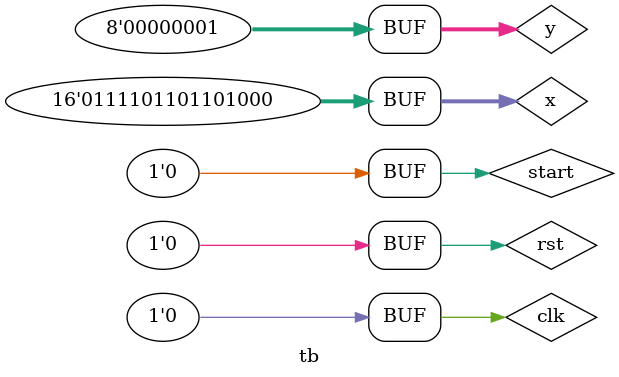
<source format=v>
module tb();
  reg[15:0] x;
  reg[7:0] y;
  reg start,clk,rst;
  wire ready;
  wire [15:0] sinx;
  datapath dp(x,y,start,clk,rst,sinx, ready);
  initial begin
    rst = 1;
    clk = 0;
    start = 0;
    x = 0000000110001000 ;
    y = 00000001;
    #30 rst = 0;
    start = 1;
    #30 clk = 1;
    #30 clk = 0;
    #30 clk = 1;
    #30 clk = 0;
     start = 0;    
    
    #30 clk = 1;
    #30 clk = 0;
    #30 clk = 1;
    #30 clk = 0;
    #30 clk = 1;
    #30 clk = 0;       
    #30 clk = 1;
    #30 clk = 0;
    #30 clk = 1;
    #30 clk = 0;
    #30 clk = 1;
    #30 clk = 0;       
    #30 clk = 1;
    #30 clk = 0;
    #30 clk = 1;
    #30 clk = 0;
    #30 clk = 1;
    #30 clk = 0;       
    #30 clk = 1;
    #30 clk = 0;
    #30 clk = 1;
    #30 clk = 0;
    #30 clk = 1;
    #30 clk = 0;       
    #30 clk = 1;
    #30 clk = 0;
    #30 clk = 1;
    #30 clk = 0;
    #30 clk = 1;
    #30 clk = 0;       
    #30 clk = 1;
    #30 clk = 0;
    #30 clk = 1;
    #30 clk = 0;
    #30 clk = 1;
    #30 clk = 0;           
    #30 clk = 1;
    #30 clk = 0;
    #30 clk = 1;
    #30 clk = 0;
    #30 clk = 1;
    #30 clk = 0;       
    #30 clk = 1;
    #30 clk = 0;
    #30 clk = 1;
    #30 clk = 0;
    #30 clk = 1;
    #30 clk = 0;       
  end
endmodule
</source>
